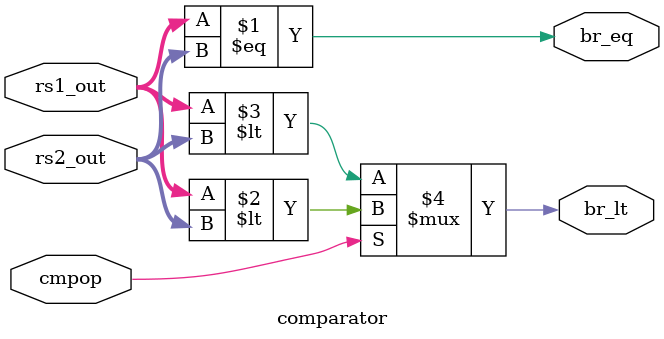
<source format=v>
module comparator (cmpop, rs1_out, rs2_out, br_eq, br_lt);
parameter WIDTH = 32;
input cmpop;
input [WIDTH-1:0] rs1_out, rs2_out;
output br_eq, br_lt;

// br_eq: ==1: A == B, ==0: A != B.
assign br_eq = rs1_out == rs2_out;

// cmpop: ==1: signed compare, ==0: unsigned compare.
// br_lt: ==1: A < B, ==0: A >= B.
assign br_lt = cmpop?  ($signed(rs1_out) < $signed(rs2_out)) : (rs1_out < rs2_out);
endmodule
</source>
